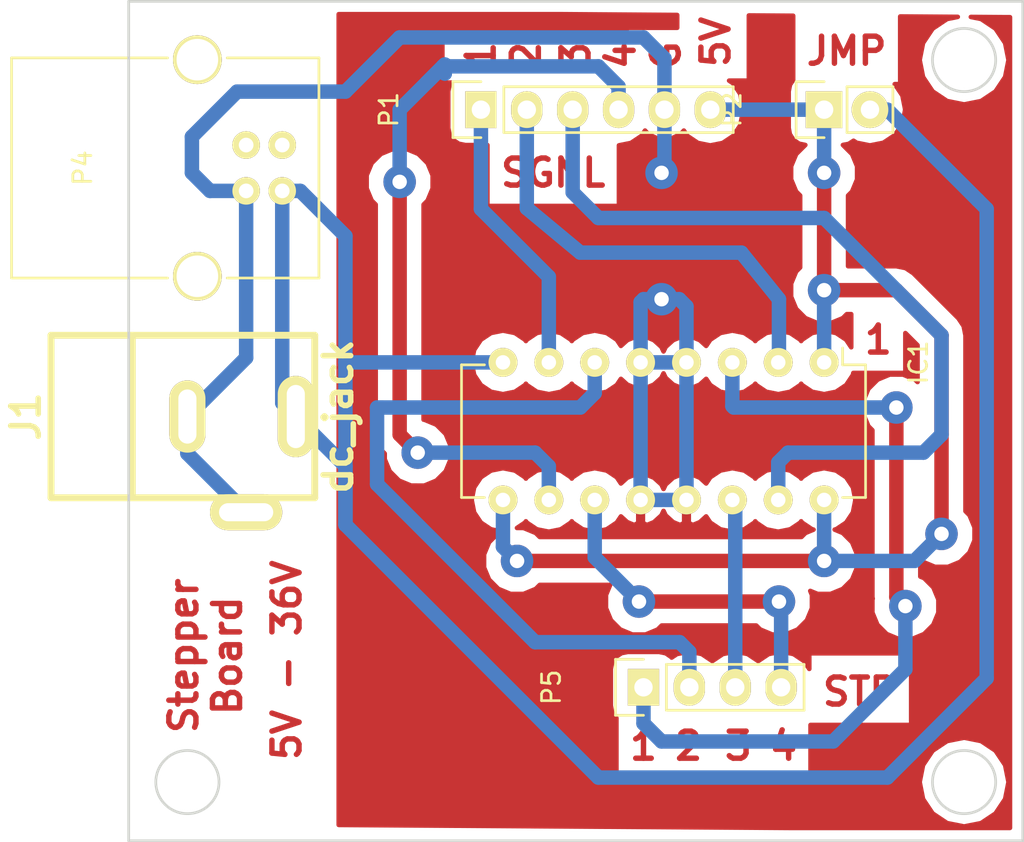
<source format=kicad_pcb>
(kicad_pcb (version 4) (host pcbnew 4.0.1-stable)

  (general
    (links 23)
    (no_connects 1)
    (area 120.9765 89.424999 178.575001 136.075001)
    (thickness 1.6)
    (drawings 23)
    (tracks 138)
    (zones 0)
    (modules 6)
    (nets 13)
  )

  (page A4)
  (layers
    (0 F.Cu signal)
    (31 B.Cu signal)
    (32 B.Adhes user)
    (33 F.Adhes user)
    (34 B.Paste user)
    (35 F.Paste user)
    (36 B.SilkS user)
    (37 F.SilkS user)
    (38 B.Mask user)
    (39 F.Mask user)
    (40 Dwgs.User user)
    (41 Cmts.User user)
    (42 Eco1.User user)
    (43 Eco2.User user)
    (44 Edge.Cuts user)
    (45 Margin user)
    (46 B.CrtYd user)
    (47 F.CrtYd user)
    (48 B.Fab user)
    (49 F.Fab user)
  )

  (setup
    (last_trace_width 0.8)
    (trace_clearance 0.8)
    (zone_clearance 0.508)
    (zone_45_only no)
    (trace_min 0.2)
    (segment_width 0.2)
    (edge_width 0.15)
    (via_size 1.8)
    (via_drill 0.8)
    (via_min_size 0.4)
    (via_min_drill 0.3)
    (uvia_size 1.8)
    (uvia_drill 1)
    (uvias_allowed no)
    (uvia_min_size 0.2)
    (uvia_min_drill 0.1)
    (pcb_text_width 0.3)
    (pcb_text_size 1.5 1.5)
    (mod_edge_width 0.15)
    (mod_text_size 1 1)
    (mod_text_width 0.15)
    (pad_size 1.524 1.524)
    (pad_drill 0.762)
    (pad_to_mask_clearance 0.2)
    (aux_axis_origin 0 0)
    (visible_elements FFFFFF7F)
    (pcbplotparams
      (layerselection 0x00000_80000001)
      (usegerberextensions false)
      (excludeedgelayer false)
      (linewidth 0.100000)
      (plotframeref false)
      (viasonmask false)
      (mode 1)
      (useauxorigin false)
      (hpglpennumber 1)
      (hpglpenspeed 20)
      (hpglpendiameter 15)
      (hpglpenoverlay 2)
      (psnegative false)
      (psa4output false)
      (plotreference true)
      (plotvalue true)
      (plotinvisibletext false)
      (padsonsilk false)
      (subtractmaskfromsilk false)
      (outputformat 4)
      (mirror false)
      (drillshape 2)
      (scaleselection 1)
      (outputdirectory plots/))
  )

  (net 0 "")
  (net 1 +5V)
  (net 2 "Net-(IC1-Pad2)")
  (net 3 "Net-(IC1-Pad3)")
  (net 4 GND)
  (net 5 "Net-(IC1-Pad6)")
  (net 6 "Net-(IC1-Pad7)")
  (net 7 +12V)
  (net 8 "Net-(IC1-Pad10)")
  (net 9 "Net-(IC1-Pad11)")
  (net 10 "Net-(IC1-Pad14)")
  (net 11 "Net-(IC1-Pad15)")
  (net 12 "Net-(P4-Pad5)")

  (net_class Default "This is the default net class."
    (clearance 0.8)
    (trace_width 0.8)
    (via_dia 1.8)
    (via_drill 0.8)
    (uvia_dia 1.8)
    (uvia_drill 1)
    (add_net +12V)
    (add_net +5V)
    (add_net GND)
    (add_net "Net-(IC1-Pad10)")
    (add_net "Net-(IC1-Pad11)")
    (add_net "Net-(IC1-Pad14)")
    (add_net "Net-(IC1-Pad15)")
    (add_net "Net-(IC1-Pad2)")
    (add_net "Net-(IC1-Pad3)")
    (add_net "Net-(IC1-Pad6)")
    (add_net "Net-(IC1-Pad7)")
    (add_net "Net-(P4-Pad5)")
  )

  (module w_conn_misc:dc_socket (layer F.Cu) (tedit 0) (tstamp 57500418)
    (at 132 112.5 270)
    (descr "Socket, DC power supply")
    (path /57500E25)
    (fp_text reference J1 (at 0 8.6995 270) (layer F.SilkS)
      (effects (font (thickness 0.3048)))
    )
    (fp_text value dc_jack (at 0 -8.60044 270) (layer F.SilkS)
      (effects (font (thickness 0.3048)))
    )
    (fp_line (start -4.50088 2.79908) (end 4.50088 2.79908) (layer F.SilkS) (width 0.381))
    (fp_line (start -4.50088 7.29996) (end 4.50088 7.29996) (layer F.SilkS) (width 0.381))
    (fp_line (start 4.50088 7.29996) (end 4.50088 -7.29996) (layer F.SilkS) (width 0.381))
    (fp_line (start 4.50088 -7.29996) (end -4.50088 -7.29996) (layer F.SilkS) (width 0.381))
    (fp_line (start -4.50088 -7.29996) (end -4.50088 7.29996) (layer F.SilkS) (width 0.381))
    (pad 1 thru_hole oval (at 5.30098 -3.50012 270) (size 1.99898 4.0005) (drill oval 1.00076 2.99974) (layers *.Cu *.Mask F.SilkS)
      (net 4 GND))
    (pad 2 thru_hole oval (at 0 -0.24892 270) (size 4.0005 1.99898) (drill oval 2.99974 1.00076) (layers *.Cu *.Mask F.SilkS)
      (net 4 GND))
    (pad 3 thru_hole oval (at 0 -6.25094 270) (size 4.50088 1.99898) (drill oval 3.50012 1.00076) (layers *.Cu *.Mask F.SilkS)
      (net 7 +12V))
    (model walter/conn_misc/dc_socket.wrl
      (at (xyz 0 0 0))
      (scale (xyz 1 1 1))
      (rotate (xyz 0 0 0))
    )
  )

  (module Connect:USB_B (layer F.Cu) (tedit 55B36073) (tstamp 57500422)
    (at 137.5 100 180)
    (descr "USB B connector")
    (tags "USB_B USB_DEV")
    (path /574ED115)
    (fp_text reference P4 (at 11.049 1.27 270) (layer F.SilkS)
      (effects (font (size 1 1) (thickness 0.15)))
    )
    (fp_text value USB_B (at 4.699 1.27 270) (layer F.Fab)
      (effects (font (size 1 1) (thickness 0.15)))
    )
    (fp_line (start 15.25 8.9) (end -2.3 8.9) (layer F.CrtYd) (width 0.05))
    (fp_line (start -2.3 8.9) (end -2.3 -6.35) (layer F.CrtYd) (width 0.05))
    (fp_line (start -2.3 -6.35) (end 15.25 -6.35) (layer F.CrtYd) (width 0.05))
    (fp_line (start 15.25 -6.35) (end 15.25 8.9) (layer F.CrtYd) (width 0.05))
    (fp_line (start 6.35 7.366) (end 14.986 7.366) (layer F.SilkS) (width 0.15))
    (fp_line (start -2.032 7.366) (end 3.048 7.366) (layer F.SilkS) (width 0.15))
    (fp_line (start 6.35 -4.826) (end 14.986 -4.826) (layer F.SilkS) (width 0.15))
    (fp_line (start -2.032 -4.826) (end 3.048 -4.826) (layer F.SilkS) (width 0.15))
    (fp_line (start 14.986 -4.826) (end 14.986 7.366) (layer F.SilkS) (width 0.15))
    (fp_line (start -2.032 7.366) (end -2.032 -4.826) (layer F.SilkS) (width 0.15))
    (pad 2 thru_hole circle (at 0 2.54 90) (size 1.524 1.524) (drill 0.8128) (layers *.Cu *.Mask F.SilkS))
    (pad 1 thru_hole circle (at 0 0 90) (size 1.524 1.524) (drill 0.8128) (layers *.Cu *.Mask F.SilkS)
      (net 7 +12V))
    (pad 4 thru_hole circle (at 1.99898 0 90) (size 1.524 1.524) (drill 0.8128) (layers *.Cu *.Mask F.SilkS)
      (net 4 GND))
    (pad 3 thru_hole circle (at 1.99898 2.54 90) (size 1.524 1.524) (drill 0.8128) (layers *.Cu *.Mask F.SilkS))
    (pad 5 thru_hole circle (at 4.699 7.26948 90) (size 2.70002 2.70002) (drill 2.30124) (layers *.Cu *.Mask F.SilkS)
      (net 12 "Net-(P4-Pad5)"))
    (pad 5 thru_hole circle (at 4.699 -4.72948 90) (size 2.70002 2.70002) (drill 2.30124) (layers *.Cu *.Mask F.SilkS)
      (net 12 "Net-(P4-Pad5)"))
    (model Connect.3dshapes/USB_B.wrl
      (at (xyz 0.185 -0.05 0.001))
      (scale (xyz 0.3937 0.3937 0.3937))
      (rotate (xyz 0 0 -90))
    )
  )

  (module Housings_DIP:DIP-16_W7.62mm (layer F.Cu) (tedit 54130A77) (tstamp 5750047D)
    (at 167.5 109.5 270)
    (descr "16-lead dip package, row spacing 7.62 mm (300 mils)")
    (tags "dil dip 2.54 300")
    (path /574ECF86)
    (fp_text reference IC1 (at 0 -5.22 270) (layer F.SilkS)
      (effects (font (size 1 1) (thickness 0.15)))
    )
    (fp_text value SN754410 (at 0 -3.72 270) (layer F.Fab)
      (effects (font (size 1 1) (thickness 0.15)))
    )
    (fp_line (start -1.05 -2.45) (end -1.05 20.25) (layer F.CrtYd) (width 0.05))
    (fp_line (start 8.65 -2.45) (end 8.65 20.25) (layer F.CrtYd) (width 0.05))
    (fp_line (start -1.05 -2.45) (end 8.65 -2.45) (layer F.CrtYd) (width 0.05))
    (fp_line (start -1.05 20.25) (end 8.65 20.25) (layer F.CrtYd) (width 0.05))
    (fp_line (start 0.135 -2.295) (end 0.135 -1.025) (layer F.SilkS) (width 0.15))
    (fp_line (start 7.485 -2.295) (end 7.485 -1.025) (layer F.SilkS) (width 0.15))
    (fp_line (start 7.485 20.075) (end 7.485 18.805) (layer F.SilkS) (width 0.15))
    (fp_line (start 0.135 20.075) (end 0.135 18.805) (layer F.SilkS) (width 0.15))
    (fp_line (start 0.135 -2.295) (end 7.485 -2.295) (layer F.SilkS) (width 0.15))
    (fp_line (start 0.135 20.075) (end 7.485 20.075) (layer F.SilkS) (width 0.15))
    (fp_line (start 0.135 -1.025) (end -0.8 -1.025) (layer F.SilkS) (width 0.15))
    (pad 1 thru_hole oval (at 0 0 270) (size 1.6 1.6) (drill 0.8) (layers *.Cu *.Mask F.SilkS)
      (net 1 +5V))
    (pad 2 thru_hole oval (at 0 2.54 270) (size 1.6 1.6) (drill 0.8) (layers *.Cu *.Mask F.SilkS)
      (net 2 "Net-(IC1-Pad2)"))
    (pad 3 thru_hole oval (at 0 5.08 270) (size 1.6 1.6) (drill 0.8) (layers *.Cu *.Mask F.SilkS)
      (net 3 "Net-(IC1-Pad3)"))
    (pad 4 thru_hole oval (at 0 7.62 270) (size 1.6 1.6) (drill 0.8) (layers *.Cu *.Mask F.SilkS)
      (net 4 GND))
    (pad 5 thru_hole oval (at 0 10.16 270) (size 1.6 1.6) (drill 0.8) (layers *.Cu *.Mask F.SilkS)
      (net 4 GND))
    (pad 6 thru_hole oval (at 0 12.7 270) (size 1.6 1.6) (drill 0.8) (layers *.Cu *.Mask F.SilkS)
      (net 5 "Net-(IC1-Pad6)"))
    (pad 7 thru_hole oval (at 0 15.24 270) (size 1.6 1.6) (drill 0.8) (layers *.Cu *.Mask F.SilkS)
      (net 6 "Net-(IC1-Pad7)"))
    (pad 8 thru_hole oval (at 0 17.78 270) (size 1.6 1.6) (drill 0.8) (layers *.Cu *.Mask F.SilkS)
      (net 7 +12V))
    (pad 9 thru_hole oval (at 7.62 17.78 270) (size 1.6 1.6) (drill 0.8) (layers *.Cu *.Mask F.SilkS)
      (net 1 +5V))
    (pad 10 thru_hole oval (at 7.62 15.24 270) (size 1.6 1.6) (drill 0.8) (layers *.Cu *.Mask F.SilkS)
      (net 8 "Net-(IC1-Pad10)"))
    (pad 11 thru_hole oval (at 7.62 12.7 270) (size 1.6 1.6) (drill 0.8) (layers *.Cu *.Mask F.SilkS)
      (net 9 "Net-(IC1-Pad11)"))
    (pad 12 thru_hole oval (at 7.62 10.16 270) (size 1.6 1.6) (drill 0.8) (layers *.Cu *.Mask F.SilkS)
      (net 4 GND))
    (pad 13 thru_hole oval (at 7.62 7.62 270) (size 1.6 1.6) (drill 0.8) (layers *.Cu *.Mask F.SilkS)
      (net 4 GND))
    (pad 14 thru_hole oval (at 7.62 5.08 270) (size 1.6 1.6) (drill 0.8) (layers *.Cu *.Mask F.SilkS)
      (net 10 "Net-(IC1-Pad14)"))
    (pad 15 thru_hole oval (at 7.62 2.54 270) (size 1.6 1.6) (drill 0.8) (layers *.Cu *.Mask F.SilkS)
      (net 11 "Net-(IC1-Pad15)"))
    (pad 16 thru_hole oval (at 7.62 0 270) (size 1.6 1.6) (drill 0.8) (layers *.Cu *.Mask F.SilkS)
      (net 1 +5V))
    (model Housings_DIP.3dshapes/DIP-16_W7.62mm.wrl
      (at (xyz 0 0 0))
      (scale (xyz 1 1 1))
      (rotate (xyz 0 0 0))
    )
  )

  (module Pin_Headers:Pin_Header_Straight_1x06 (layer F.Cu) (tedit 0) (tstamp 57500487)
    (at 148.5 95.5 90)
    (descr "Through hole pin header")
    (tags "pin header")
    (path /574FF15B)
    (fp_text reference P1 (at 0 -5.1 90) (layer F.SilkS)
      (effects (font (size 1 1) (thickness 0.15)))
    )
    (fp_text value IN_SGNL (at 0 -3.1 90) (layer F.Fab)
      (effects (font (size 1 1) (thickness 0.15)))
    )
    (fp_line (start -1.75 -1.75) (end -1.75 14.45) (layer F.CrtYd) (width 0.05))
    (fp_line (start 1.75 -1.75) (end 1.75 14.45) (layer F.CrtYd) (width 0.05))
    (fp_line (start -1.75 -1.75) (end 1.75 -1.75) (layer F.CrtYd) (width 0.05))
    (fp_line (start -1.75 14.45) (end 1.75 14.45) (layer F.CrtYd) (width 0.05))
    (fp_line (start 1.27 1.27) (end 1.27 13.97) (layer F.SilkS) (width 0.15))
    (fp_line (start 1.27 13.97) (end -1.27 13.97) (layer F.SilkS) (width 0.15))
    (fp_line (start -1.27 13.97) (end -1.27 1.27) (layer F.SilkS) (width 0.15))
    (fp_line (start 1.55 -1.55) (end 1.55 0) (layer F.SilkS) (width 0.15))
    (fp_line (start 1.27 1.27) (end -1.27 1.27) (layer F.SilkS) (width 0.15))
    (fp_line (start -1.55 0) (end -1.55 -1.55) (layer F.SilkS) (width 0.15))
    (fp_line (start -1.55 -1.55) (end 1.55 -1.55) (layer F.SilkS) (width 0.15))
    (pad 1 thru_hole rect (at 0 0 90) (size 2.032 1.7272) (drill 1.016) (layers *.Cu *.Mask F.SilkS)
      (net 6 "Net-(IC1-Pad7)"))
    (pad 2 thru_hole oval (at 0 2.54 90) (size 2.032 1.7272) (drill 1.016) (layers *.Cu *.Mask F.SilkS)
      (net 2 "Net-(IC1-Pad2)"))
    (pad 3 thru_hole oval (at 0 5.08 90) (size 2.032 1.7272) (drill 1.016) (layers *.Cu *.Mask F.SilkS)
      (net 11 "Net-(IC1-Pad15)"))
    (pad 4 thru_hole oval (at 0 7.62 90) (size 2.032 1.7272) (drill 1.016) (layers *.Cu *.Mask F.SilkS)
      (net 8 "Net-(IC1-Pad10)"))
    (pad 5 thru_hole oval (at 0 10.16 90) (size 2.032 1.7272) (drill 1.016) (layers *.Cu *.Mask F.SilkS)
      (net 4 GND))
    (pad 6 thru_hole oval (at 0 12.7 90) (size 2.032 1.7272) (drill 1.016) (layers *.Cu *.Mask F.SilkS)
      (net 1 +5V))
    (model Pin_Headers.3dshapes/Pin_Header_Straight_1x06.wrl
      (at (xyz 0 -0.25 0))
      (scale (xyz 1 1 1))
      (rotate (xyz 0 0 90))
    )
  )

  (module Pin_Headers:Pin_Header_Straight_1x02 (layer F.Cu) (tedit 54EA090C) (tstamp 5750048D)
    (at 167.5 95.5 90)
    (descr "Through hole pin header")
    (tags "pin header")
    (path /574ED828)
    (fp_text reference P2 (at 0 -5.1 90) (layer F.SilkS)
      (effects (font (size 1 1) (thickness 0.15)))
    )
    (fp_text value VCC_JMP (at 0 -3.1 90) (layer F.Fab)
      (effects (font (size 1 1) (thickness 0.15)))
    )
    (fp_line (start 1.27 1.27) (end 1.27 3.81) (layer F.SilkS) (width 0.15))
    (fp_line (start 1.55 -1.55) (end 1.55 0) (layer F.SilkS) (width 0.15))
    (fp_line (start -1.75 -1.75) (end -1.75 4.3) (layer F.CrtYd) (width 0.05))
    (fp_line (start 1.75 -1.75) (end 1.75 4.3) (layer F.CrtYd) (width 0.05))
    (fp_line (start -1.75 -1.75) (end 1.75 -1.75) (layer F.CrtYd) (width 0.05))
    (fp_line (start -1.75 4.3) (end 1.75 4.3) (layer F.CrtYd) (width 0.05))
    (fp_line (start 1.27 1.27) (end -1.27 1.27) (layer F.SilkS) (width 0.15))
    (fp_line (start -1.55 0) (end -1.55 -1.55) (layer F.SilkS) (width 0.15))
    (fp_line (start -1.55 -1.55) (end 1.55 -1.55) (layer F.SilkS) (width 0.15))
    (fp_line (start -1.27 1.27) (end -1.27 3.81) (layer F.SilkS) (width 0.15))
    (fp_line (start -1.27 3.81) (end 1.27 3.81) (layer F.SilkS) (width 0.15))
    (pad 1 thru_hole rect (at 0 0 90) (size 2.032 2.032) (drill 1.016) (layers *.Cu *.Mask F.SilkS)
      (net 1 +5V))
    (pad 2 thru_hole oval (at 0 2.54 90) (size 2.032 2.032) (drill 1.016) (layers *.Cu *.Mask F.SilkS)
      (net 7 +12V))
    (model Pin_Headers.3dshapes/Pin_Header_Straight_1x02.wrl
      (at (xyz 0 -0.05 0))
      (scale (xyz 1 1 1))
      (rotate (xyz 0 0 90))
    )
  )

  (module Pin_Headers:Pin_Header_Straight_1x04 (layer F.Cu) (tedit 0) (tstamp 57500495)
    (at 157.5 127.5 90)
    (descr "Through hole pin header")
    (tags "pin header")
    (path /574FFE62)
    (fp_text reference P5 (at 0 -5.1 90) (layer F.SilkS)
      (effects (font (size 1 1) (thickness 0.15)))
    )
    (fp_text value OUT_STEPPER (at 0 -3.1 90) (layer F.Fab)
      (effects (font (size 1 1) (thickness 0.15)))
    )
    (fp_line (start -1.75 -1.75) (end -1.75 9.4) (layer F.CrtYd) (width 0.05))
    (fp_line (start 1.75 -1.75) (end 1.75 9.4) (layer F.CrtYd) (width 0.05))
    (fp_line (start -1.75 -1.75) (end 1.75 -1.75) (layer F.CrtYd) (width 0.05))
    (fp_line (start -1.75 9.4) (end 1.75 9.4) (layer F.CrtYd) (width 0.05))
    (fp_line (start -1.27 1.27) (end -1.27 8.89) (layer F.SilkS) (width 0.15))
    (fp_line (start 1.27 1.27) (end 1.27 8.89) (layer F.SilkS) (width 0.15))
    (fp_line (start 1.55 -1.55) (end 1.55 0) (layer F.SilkS) (width 0.15))
    (fp_line (start -1.27 8.89) (end 1.27 8.89) (layer F.SilkS) (width 0.15))
    (fp_line (start 1.27 1.27) (end -1.27 1.27) (layer F.SilkS) (width 0.15))
    (fp_line (start -1.55 0) (end -1.55 -1.55) (layer F.SilkS) (width 0.15))
    (fp_line (start -1.55 -1.55) (end 1.55 -1.55) (layer F.SilkS) (width 0.15))
    (pad 1 thru_hole rect (at 0 0 90) (size 2.032 1.7272) (drill 1.016) (layers *.Cu *.Mask F.SilkS)
      (net 3 "Net-(IC1-Pad3)"))
    (pad 2 thru_hole oval (at 0 2.54 90) (size 2.032 1.7272) (drill 1.016) (layers *.Cu *.Mask F.SilkS)
      (net 5 "Net-(IC1-Pad6)"))
    (pad 3 thru_hole oval (at 0 5.08 90) (size 2.032 1.7272) (drill 1.016) (layers *.Cu *.Mask F.SilkS)
      (net 10 "Net-(IC1-Pad14)"))
    (pad 4 thru_hole oval (at 0 7.62 90) (size 2.032 1.7272) (drill 1.016) (layers *.Cu *.Mask F.SilkS)
      (net 9 "Net-(IC1-Pad11)"))
    (model Pin_Headers.3dshapes/Pin_Header_Straight_1x04.wrl
      (at (xyz 0 -0.15 0))
      (scale (xyz 1 1 1))
      (rotate (xyz 0 0 90))
    )
  )

  (gr_circle (center 175.25 132.75) (end 177 132.75) (layer Edge.Cuts) (width 0.15) (tstamp 57501C23))
  (gr_circle (center 175.25 92.75) (end 177 92.75) (layer Edge.Cuts) (width 0.15) (tstamp 57501BF4))
  (gr_circle (center 132.25 132.75) (end 134 132.75) (layer Edge.Cuts) (width 0.15))
  (gr_text 1 (at 170.5 108.25) (layer F.Cu)
    (effects (font (size 1.5 1.5) (thickness 0.3)))
  )
  (gr_text "5V - 36V" (at 137.75 126 90) (layer F.Cu)
    (effects (font (size 1.5 1.5) (thickness 0.3)))
  )
  (gr_text "Stepper\nBoard\n" (at 133.25 125.75 90) (layer F.Cu)
    (effects (font (size 1.5 1.5) (thickness 0.3)))
  )
  (gr_text "STP\n" (at 169.5 127.75) (layer F.Cu)
    (effects (font (size 1.5 1.5) (thickness 0.3)))
  )
  (gr_text 4 (at 165.25 130.75) (layer F.Cu)
    (effects (font (size 1.5 1.5) (thickness 0.3)))
  )
  (gr_text 3 (at 162.75 130.75) (layer F.Cu)
    (effects (font (size 1.5 1.5) (thickness 0.3)))
  )
  (gr_text 2 (at 160 130.75) (layer F.Cu)
    (effects (font (size 1.5 1.5) (thickness 0.3)))
  )
  (gr_text 1 (at 157.5 130.75) (layer F.Cu)
    (effects (font (size 1.5 1.5) (thickness 0.3)))
  )
  (gr_text 4 (at 156.25 92.5 90) (layer F.Cu)
    (effects (font (size 1.5 1.5) (thickness 0.3)))
  )
  (gr_text 3 (at 153.75 92.5 90) (layer F.Cu)
    (effects (font (size 1.5 1.5) (thickness 0.3)))
  )
  (gr_text 2 (at 151 92.5 90) (layer F.Cu)
    (effects (font (size 1.5 1.5) (thickness 0.3)))
  )
  (gr_text 1 (at 148.5 92.5 90) (layer F.Cu)
    (effects (font (size 1.5 1.5) (thickness 0.3)))
  )
  (gr_text 5V (at 161.5 91.75 90) (layer F.Cu)
    (effects (font (size 1.5 1.5) (thickness 0.3)))
  )
  (gr_text G (at 158.75 92.5 90) (layer F.Cu)
    (effects (font (size 1.5 1.5) (thickness 0.3)))
  )
  (gr_text SGNL (at 152.5 99) (layer F.Cu)
    (effects (font (size 1.5 1.5) (thickness 0.3)))
  )
  (gr_text JMP (at 168.75 92.25) (layer F.Cu)
    (effects (font (size 1.5 1.5) (thickness 0.3)))
  )
  (gr_line (start 129 89.5) (end 129 136) (angle 90) (layer Edge.Cuts) (width 0.15))
  (gr_line (start 178.5 136) (end 178.5 89.5) (angle 90) (layer Edge.Cuts) (width 0.15))
  (gr_line (start 178.5 136) (end 129 136) (angle 90) (layer Edge.Cuts) (width 0.15))
  (gr_line (start 129 89.5) (end 178.5 89.5) (angle 90) (layer Edge.Cuts) (width 0.15))

  (via (at 167.5 120.5) (size 1.8) (drill 0.8) (layers F.Cu B.Cu) (net 1))
  (segment (start 167.5 120.5) (end 167.75 120.25) (width 0.8) (layer B.Cu) (net 1) (tstamp 57500AD6))
  (segment (start 167.75 120.25) (end 167.5 120.5) (width 0.8) (layer B.Cu) (net 1) (tstamp 57500AD7))
  (segment (start 167.5 120.5) (end 167.5 120) (width 0.8) (layer B.Cu) (net 1) (tstamp 57500AD9))
  (segment (start 149.72 117.12) (end 149.72 119.72) (width 0.8) (layer B.Cu) (net 1))
  (segment (start 150.5 120.5) (end 167.5 120.5) (width 0.8) (layer F.Cu) (net 1) (tstamp 57500ACF))
  (segment (start 167.5 120.5) (end 168 120.5) (width 0.8) (layer F.Cu) (net 1) (tstamp 57500AD3))
  (via (at 150.5 120.5) (size 1.8) (drill 0.8) (layers F.Cu B.Cu) (net 1))
  (segment (start 149.72 119.72) (end 150.5 120.5) (width 0.8) (layer B.Cu) (net 1) (tstamp 57500AC7))
  (segment (start 167.5 105.5) (end 171.5 105.5) (width 0.8) (layer F.Cu) (net 1))
  (segment (start 167.5 120) (end 167.5 117.12) (width 0.8) (layer B.Cu) (net 1) (tstamp 57500A08))
  (segment (start 168 120.5) (end 167.5 120) (width 0.8) (layer B.Cu) (net 1) (tstamp 57500A07))
  (segment (start 167.5 120) (end 167.5 120) (width 0.8) (layer B.Cu) (net 1) (tstamp 57500ADA))
  (segment (start 172.5 120.5) (end 168 120.5) (width 0.8) (layer B.Cu) (net 1) (tstamp 57500A06))
  (segment (start 174 119) (end 172.5 120.5) (width 0.8) (layer B.Cu) (net 1) (tstamp 57500A05))
  (via (at 174 119) (size 1.8) (drill 0.8) (layers F.Cu B.Cu) (net 1))
  (segment (start 174 108) (end 174 119) (width 0.8) (layer F.Cu) (net 1) (tstamp 57500A01))
  (segment (start 171.5 105.5) (end 174 108) (width 0.8) (layer F.Cu) (net 1) (tstamp 57500A00))
  (segment (start 167.5 95.5) (end 167.5 99) (width 0.8) (layer B.Cu) (net 1))
  (segment (start 167.5 105.5) (end 167.5 109.5) (width 0.8) (layer B.Cu) (net 1) (tstamp 575009DD))
  (via (at 167.5 105.5) (size 1.8) (drill 0.8) (layers F.Cu B.Cu) (net 1))
  (segment (start 167.5 99) (end 167.5 105.5) (width 0.8) (layer F.Cu) (net 1) (tstamp 575009DA))
  (via (at 167.5 99) (size 1.8) (drill 0.8) (layers F.Cu B.Cu) (net 1))
  (segment (start 161.2 95.5) (end 167.5 95.5) (width 0.8) (layer B.Cu) (net 1) (status 10))
  (segment (start 151.04 95.5) (end 151.04 100.96) (width 0.8) (layer B.Cu) (net 2) (status 10))
  (segment (start 165 106) (end 165 109.46) (width 0.8) (layer B.Cu) (net 2) (tstamp 575005AA))
  (segment (start 162.92 103.42) (end 165 106) (width 0.8) (layer B.Cu) (net 2) (tstamp 575005A9))
  (segment (start 154 103.42) (end 162.92 103.42) (width 0.8) (layer B.Cu) (net 2) (tstamp 575005A8))
  (segment (start 151.04 100.96) (end 154 103.42) (width 0.8) (layer B.Cu) (net 2) (tstamp 575005A7))
  (segment (start 165 109.46) (end 164.96 109.5) (width 0.8) (layer B.Cu) (net 2) (tstamp 575005AB))
  (segment (start 170 128.5) (end 172 126.5) (width 0.8) (layer B.Cu) (net 3))
  (segment (start 170 128.5) (end 168 130.5) (width 0.8) (layer B.Cu) (net 3) (tstamp 57500662))
  (segment (start 168 130.5) (end 158.5 130.5) (width 0.8) (layer B.Cu) (net 3) (tstamp 57500663))
  (segment (start 158.5 130.5) (end 157.5 129.5) (width 0.8) (layer B.Cu) (net 3) (tstamp 57500665))
  (segment (start 157.5 127.5) (end 157.5 129.5) (width 0.8) (layer B.Cu) (net 3) (tstamp 57500669))
  (segment (start 162.42 111.92) (end 162.42 109.5) (width 0.8) (layer B.Cu) (net 3) (tstamp 57500954))
  (segment (start 162.5 112) (end 162.42 111.92) (width 0.8) (layer B.Cu) (net 3) (tstamp 57500953))
  (segment (start 171.5 112) (end 162.5 112) (width 0.8) (layer B.Cu) (net 3) (tstamp 57500952))
  (via (at 171.5 112) (size 1.8) (drill 0.8) (layers F.Cu B.Cu) (net 3))
  (segment (start 171.5 122.5) (end 171.5 112) (width 0.8) (layer F.Cu) (net 3) (tstamp 5750094F))
  (segment (start 172 123) (end 171.5 122.5) (width 0.8) (layer F.Cu) (net 3) (tstamp 5750094E))
  (via (at 172 123) (size 1.8) (drill 0.8) (layers F.Cu B.Cu) (net 3))
  (segment (start 172 126.5) (end 172 123) (width 0.8) (layer B.Cu) (net 3) (tstamp 57500940))
  (segment (start 158.5 106) (end 158.5 105) (width 0.8) (layer F.Cu) (net 4))
  (segment (start 158.5 99) (end 158.66 98.84) (width 0.8) (layer B.Cu) (net 4) (tstamp 575005F5))
  (via (at 158.5 99) (size 1.8) (drill 0.8) (layers F.Cu B.Cu) (net 4))
  (segment (start 158.5 105) (end 158.5 99) (width 0.8) (layer F.Cu) (net 4) (tstamp 575005F2))
  (segment (start 158.66 98.84) (end 158.66 95.5) (width 0.8) (layer B.Cu) (net 4) (tstamp 575005F6) (status 20))
  (via (at 158.5 106) (size 1.8) (drill 0.8) (layers F.Cu B.Cu) (net 4))
  (segment (start 159.88 109.5) (end 159.88 106.400002) (width 0.8) (layer B.Cu) (net 4))
  (segment (start 159.479998 106) (end 158.5 106) (width 0.8) (layer B.Cu) (net 4) (tstamp 57501B32))
  (segment (start 158.5 106) (end 157.5 106) (width 0.8) (layer B.Cu) (net 4) (tstamp 57501B4A))
  (segment (start 159.88 106.400002) (end 159.479998 106) (width 0.8) (layer B.Cu) (net 4) (tstamp 57501B30))
  (segment (start 157.34 109.5) (end 157.34 106.16) (width 0.8) (layer B.Cu) (net 4))
  (segment (start 157.34 106.16) (end 157.5 106) (width 0.8) (layer B.Cu) (net 4) (tstamp 575005EF))
  (segment (start 158.66 95.5) (end 158.66 92.66) (width 0.8) (layer B.Cu) (net 4) (status 10))
  (segment (start 133.5 100) (end 135.50102 100) (width 0.8) (layer B.Cu) (net 4) (tstamp 5750059C))
  (segment (start 132.5 99) (end 133.5 100) (width 0.8) (layer B.Cu) (net 4) (tstamp 5750059B))
  (segment (start 132.5 97) (end 132.5 99) (width 0.8) (layer B.Cu) (net 4) (tstamp 5750059A))
  (segment (start 135 94.5) (end 132.5 97) (width 0.8) (layer B.Cu) (net 4) (tstamp 57500599))
  (segment (start 141 94.5) (end 135 94.5) (width 0.8) (layer B.Cu) (net 4) (tstamp 57500598))
  (segment (start 144 91.5) (end 141 94.5) (width 0.8) (layer B.Cu) (net 4) (tstamp 57500597))
  (segment (start 157.5 91.5) (end 144 91.5) (width 0.8) (layer B.Cu) (net 4) (tstamp 57500596))
  (segment (start 158.66 92.66) (end 157.5 91.5) (width 0.8) (layer B.Cu) (net 4) (tstamp 57500595))
  (segment (start 157.34 117.12) (end 159.88 117.12) (width 0.8) (layer B.Cu) (net 4))
  (segment (start 157.34 117.12) (end 157.34 109.5) (width 0.8) (layer B.Cu) (net 4))
  (segment (start 157.34 109.5) (end 159.88 109.5) (width 0.8) (layer B.Cu) (net 4))
  (segment (start 159.88 109.5) (end 159.88 117.12) (width 0.8) (layer B.Cu) (net 4) (tstamp 5750058E))
  (segment (start 132.24892 112.5) (end 132.24892 114.54978) (width 0.8) (layer B.Cu) (net 4))
  (segment (start 132.24892 114.54978) (end 135.50012 117.80098) (width 0.8) (layer B.Cu) (net 4) (tstamp 575004CB))
  (segment (start 135.50102 100) (end 135.50102 109.2479) (width 0.8) (layer B.Cu) (net 4))
  (segment (start 135.50102 109.2479) (end 132.24892 112.5) (width 0.8) (layer B.Cu) (net 4) (tstamp 575004C7))
  (segment (start 160.04 127.5) (end 160.04 125.54) (width 0.8) (layer B.Cu) (net 5))
  (segment (start 142.75 116.25) (end 151 124.5) (width 0.8) (layer B.Cu) (net 5) (tstamp 575008FF))
  (segment (start 154.8 111.2) (end 154 112) (width 0.8) (layer B.Cu) (net 5) (tstamp 575008E5))
  (segment (start 154 112) (end 143 112) (width 0.8) (layer B.Cu) (net 5) (tstamp 575008E9))
  (segment (start 154.8 111.2) (end 154.8 109.5) (width 0.8) (layer B.Cu) (net 5))
  (segment (start 142.75 112) (end 143 112) (width 0.8) (layer B.Cu) (net 5) (tstamp 57500901))
  (segment (start 142.75 116.25) (end 142.75 112) (width 0.8) (layer B.Cu) (net 5))
  (segment (start 151.5 125) (end 151 124.5) (width 0.8) (layer B.Cu) (net 5) (tstamp 57500AF3))
  (segment (start 159.5 125) (end 151.5 125) (width 0.8) (layer B.Cu) (net 5) (tstamp 57500AF2))
  (segment (start 160.04 125.54) (end 159.5 125) (width 0.8) (layer B.Cu) (net 5) (tstamp 57500AEE))
  (segment (start 148.5 95.5) (end 148.5 101) (width 0.8) (layer B.Cu) (net 6) (status 10))
  (segment (start 152.26 104.76) (end 152.26 109.5) (width 0.8) (layer B.Cu) (net 6) (tstamp 5750053A))
  (segment (start 148.5 101) (end 152.26 104.76) (width 0.8) (layer B.Cu) (net 6) (tstamp 57500538))
  (segment (start 141 118.5) (end 141 115.24906) (width 0.8) (layer B.Cu) (net 7))
  (segment (start 141 115.24906) (end 138.25094 112.5) (width 0.8) (layer B.Cu) (net 7) (tstamp 57500A8B))
  (segment (start 137.5 100) (end 138.5 100) (width 0.8) (layer B.Cu) (net 7))
  (segment (start 141 102.5) (end 141 109.5) (width 0.8) (layer B.Cu) (net 7) (tstamp 57500A85))
  (segment (start 138.5 100) (end 141 102.5) (width 0.8) (layer B.Cu) (net 7) (tstamp 57500A84))
  (segment (start 176 127.5) (end 176.5 127) (width 0.8) (layer B.Cu) (net 7))
  (segment (start 176.5 127) (end 176.5 101) (width 0.8) (layer B.Cu) (net 7) (tstamp 57500A11))
  (segment (start 176.5 101) (end 176 100.5) (width 0.8) (layer B.Cu) (net 7) (tstamp 57500A13))
  (segment (start 171 95.5) (end 176 100.5) (width 0.8) (layer B.Cu) (net 7) (tstamp 575009C7))
  (segment (start 171 132.5) (end 176 127.5) (width 0.8) (layer B.Cu) (net 7) (tstamp 575009C3))
  (segment (start 155 132.5) (end 171 132.5) (width 0.8) (layer B.Cu) (net 7) (tstamp 575009C0))
  (segment (start 141 118.5) (end 155 132.5) (width 0.8) (layer B.Cu) (net 7) (tstamp 575009BF))
  (segment (start 141 109.5) (end 141 118.5) (width 0.8) (layer B.Cu) (net 7) (tstamp 575009BE))
  (segment (start 141 109.5) (end 149.72 109.5) (width 0.8) (layer B.Cu) (net 7))
  (segment (start 171 95.5) (end 170.04 95.5) (width 0.8) (layer B.Cu) (net 7) (tstamp 575009CA))
  (segment (start 137.5 100) (end 137.5 111.74906) (width 0.8) (layer B.Cu) (net 7))
  (segment (start 137.5 111.74906) (end 138.25094 112.5) (width 0.8) (layer B.Cu) (net 7) (tstamp 575004CE))
  (segment (start 152.26 117.12) (end 152.26 115.26) (width 0.8) (layer B.Cu) (net 8))
  (segment (start 144 95.5) (end 146.399998 93.100002) (width 0.8) (layer B.Cu) (net 8) (tstamp 575008C6))
  (segment (start 144 99.5) (end 144 95.5) (width 0.8) (layer B.Cu) (net 8) (tstamp 575008C5))
  (via (at 144 99.5) (size 1.8) (drill 0.8) (layers F.Cu B.Cu) (net 8))
  (segment (start 144 113.5) (end 144 99.5) (width 0.8) (layer F.Cu) (net 8) (tstamp 575008BD))
  (segment (start 145 114.5) (end 144 113.5) (width 0.8) (layer F.Cu) (net 8) (tstamp 575008BC))
  (via (at 145 114.5) (size 1.8) (drill 0.8) (layers F.Cu B.Cu) (net 8))
  (segment (start 151.5 114.5) (end 145 114.5) (width 0.8) (layer B.Cu) (net 8) (tstamp 575008B8))
  (segment (start 152.26 115.26) (end 151.5 114.5) (width 0.8) (layer B.Cu) (net 8) (tstamp 575008B7))
  (segment (start 146.399998 93.100002) (end 146.399998 93.399998) (width 0.8) (layer B.Cu) (net 8) (tstamp 575008C7))
  (segment (start 146.399998 93.399998) (end 146.5 93.5) (width 0.8) (layer B.Cu) (net 8) (tstamp 575008C8))
  (segment (start 146.5 93.5) (end 146.5 93) (width 0.8) (layer B.Cu) (net 8) (tstamp 575008C9))
  (segment (start 156.12 95.5) (end 156.12 94.220002) (width 0.8) (layer B.Cu) (net 8) (status 10))
  (segment (start 146.399998 93.100002) (end 146.5 93) (width 0.8) (layer B.Cu) (net 8) (tstamp 57500826))
  (segment (start 146.5 93) (end 145.5 94) (width 0.8) (layer B.Cu) (net 8) (tstamp 575008CA))
  (segment (start 155 93.100002) (end 146.399998 93.100002) (width 0.8) (layer B.Cu) (net 8) (tstamp 57500823))
  (segment (start 156.12 94.220002) (end 155 93.100002) (width 0.8) (layer B.Cu) (net 8) (tstamp 5750081F))
  (segment (start 154.8 117.12) (end 154.8 120.3) (width 0.8) (layer B.Cu) (net 9))
  (segment (start 165.12 122.87) (end 165.12 127.5) (width 0.8) (layer B.Cu) (net 9) (tstamp 57500B10))
  (segment (start 165 122.75) (end 165.12 122.87) (width 0.8) (layer B.Cu) (net 9) (tstamp 57500B0F))
  (via (at 165 122.75) (size 1.8) (drill 0.8) (layers F.Cu B.Cu) (net 9))
  (segment (start 157.25 122.75) (end 165 122.75) (width 0.8) (layer F.Cu) (net 9) (tstamp 57500B0C))
  (via (at 157.25 122.75) (size 1.8) (drill 0.8) (layers F.Cu B.Cu) (net 9))
  (segment (start 154.8 120.3) (end 157.25 122.75) (width 0.8) (layer B.Cu) (net 9) (tstamp 57500B07))
  (segment (start 162.58 127.5) (end 162.58 117.28) (width 0.8) (layer B.Cu) (net 10))
  (segment (start 162.58 117.28) (end 162.42 117.12) (width 0.8) (layer B.Cu) (net 10) (tstamp 5750058B))
  (segment (start 171.5 105.5) (end 174 108) (width 0.8) (layer B.Cu) (net 11))
  (segment (start 153.58 100.08) (end 155 101.5) (width 0.8) (layer B.Cu) (net 11) (tstamp 57500919))
  (segment (start 155 101.5) (end 167.5 101.5) (width 0.8) (layer B.Cu) (net 11) (tstamp 5750091B))
  (segment (start 167.5 101.5) (end 171.5 105.5) (width 0.8) (layer B.Cu) (net 11) (tstamp 57500921))
  (segment (start 153.58 95.5) (end 153.58 100.08) (width 0.8) (layer B.Cu) (net 11) (status 10))
  (segment (start 164.96 115.04) (end 164.96 117.12) (width 0.8) (layer B.Cu) (net 11) (tstamp 57500960))
  (segment (start 165.5 114.5) (end 164.96 115.04) (width 0.8) (layer B.Cu) (net 11) (tstamp 5750095F))
  (segment (start 173 114.5) (end 165.5 114.5) (width 0.8) (layer B.Cu) (net 11) (tstamp 5750095D))
  (segment (start 174 113.5) (end 173 114.5) (width 0.8) (layer B.Cu) (net 11) (tstamp 5750095A))
  (segment (start 174 108) (end 174 113.5) (width 0.8) (layer B.Cu) (net 11) (tstamp 57500958))

  (zone (net 4) (net_name GND) (layer F.Cu) (tstamp 575019D3) (hatch edge 0.508)
    (connect_pads (clearance 0.508))
    (min_thickness 0.254)
    (fill yes (arc_segments 16) (thermal_gap 0.508) (thermal_bridge_width 0.508))
    (polygon
      (pts
        (xy 178 90.25) (xy 178 135.5) (xy 140.5 135.25) (xy 140.5 90) (xy 177.5 90.25)
      )
    )
    (filled_polygon
      (pts
        (xy 159.365 90.254469) (xy 159.365 90.965) (xy 156.615 90.965) (xy 156.615 91.000714) (xy 146.365 91.000714)
        (xy 146.365 93.999285) (xy 146.845643 93.999285) (xy 146.765704 94.116279) (xy 146.691239 94.484) (xy 146.691239 96.516)
        (xy 146.755878 96.859526) (xy 146.958901 97.175033) (xy 147.268679 97.386696) (xy 147.6364 97.461161) (xy 148.857857 97.461161)
        (xy 148.857857 100.835) (xy 156.142143 100.835) (xy 156.142143 97.476661) (xy 156.805233 97.344765) (xy 157.386145 96.956611)
        (xy 157.585711 96.65794) (xy 157.757964 96.850732) (xy 158.285209 97.104709) (xy 158.300974 97.107358) (xy 158.533 96.986217)
        (xy 158.533 95.627) (xy 158.513 95.627) (xy 158.513 95.373) (xy 158.533 95.373) (xy 158.533 95.353)
        (xy 158.787 95.353) (xy 158.787 95.373) (xy 158.807 95.373) (xy 158.807 95.627) (xy 158.787 95.627)
        (xy 158.787 96.986217) (xy 159.019026 97.107358) (xy 159.034791 97.104709) (xy 159.562036 96.850732) (xy 159.734289 96.65794)
        (xy 159.933855 96.956611) (xy 160.514767 97.344765) (xy 161.2 97.481066) (xy 161.885233 97.344765) (xy 162.466145 96.956611)
        (xy 162.854299 96.375699) (xy 162.9906 95.690466) (xy 162.9906 95.309534) (xy 162.854299 94.624301) (xy 162.466145 94.043389)
        (xy 162.239788 93.892142) (xy 163.335 93.892142) (xy 163.335 90.281293) (xy 165.786429 90.297857) (xy 165.786429 93.862903)
        (xy 165.613304 94.116279) (xy 165.538839 94.484) (xy 165.538839 96.516) (xy 165.603478 96.859526) (xy 165.806501 97.175033)
        (xy 166.116279 97.386696) (xy 166.460308 97.456363) (xy 165.952048 97.963736) (xy 165.673318 98.634993) (xy 165.672684 99.361818)
        (xy 165.950242 100.03356) (xy 166.173 100.256708) (xy 166.173 104.24317) (xy 165.952048 104.463736) (xy 165.673318 105.134993)
        (xy 165.672684 105.861818) (xy 165.950242 106.53356) (xy 166.463736 107.047952) (xy 167.134993 107.326682) (xy 167.861818 107.327316)
        (xy 168.53356 107.049758) (xy 168.756708 106.827) (xy 169.000715 106.827) (xy 169.000715 108.663357) (xy 168.721173 108.244993)
        (xy 168.160894 107.870626) (xy 167.5 107.739166) (xy 166.839106 107.870626) (xy 166.278827 108.244993) (xy 166.23 108.318068)
        (xy 166.181173 108.244993) (xy 165.620894 107.870626) (xy 164.96 107.739166) (xy 164.299106 107.870626) (xy 163.738827 108.244993)
        (xy 163.69 108.318068) (xy 163.641173 108.244993) (xy 163.080894 107.870626) (xy 162.42 107.739166) (xy 161.759106 107.870626)
        (xy 161.198827 108.244993) (xy 160.969628 108.588013) (xy 160.617423 108.268959) (xy 160.229039 108.108096) (xy 160.007 108.230085)
        (xy 160.007 109.373) (xy 160.027 109.373) (xy 160.027 109.627) (xy 160.007 109.627) (xy 160.007 110.769915)
        (xy 160.229039 110.891904) (xy 160.617423 110.731041) (xy 160.969628 110.411987) (xy 161.198827 110.755007) (xy 161.759106 111.129374)
        (xy 162.42 111.260834) (xy 163.080894 111.129374) (xy 163.641173 110.755007) (xy 163.69 110.681932) (xy 163.738827 110.755007)
        (xy 164.299106 111.129374) (xy 164.96 111.260834) (xy 165.620894 111.129374) (xy 166.181173 110.755007) (xy 166.23 110.681932)
        (xy 166.278827 110.755007) (xy 166.839106 111.129374) (xy 167.5 111.260834) (xy 168.160894 111.129374) (xy 168.721173 110.755007)
        (xy 169.09554 110.194728) (xy 169.117366 110.085) (xy 171.999286 110.085) (xy 171.999286 107.875948) (xy 172.673 108.549662)
        (xy 172.673 110.589023) (xy 172.536264 110.452048) (xy 171.865007 110.173318) (xy 171.138182 110.172684) (xy 170.46644 110.450242)
        (xy 169.952048 110.963736) (xy 169.673318 111.634993) (xy 169.672684 112.361818) (xy 169.950242 113.03356) (xy 170.173 113.256708)
        (xy 170.173 122.5) (xy 170.191258 122.591789) (xy 170.173318 122.634993) (xy 170.172684 123.361818) (xy 170.450242 124.03356)
        (xy 170.963736 124.547952) (xy 171.634993 124.826682) (xy 172.361818 124.827316) (xy 173.03356 124.549758) (xy 173.547952 124.036264)
        (xy 173.826682 123.365007) (xy 173.827316 122.638182) (xy 173.549758 121.96644) (xy 173.036264 121.452048) (xy 172.827 121.365154)
        (xy 172.827 120.410977) (xy 172.963736 120.547952) (xy 173.634993 120.826682) (xy 174.361818 120.827316) (xy 175.03356 120.549758)
        (xy 175.547952 120.036264) (xy 175.826682 119.365007) (xy 175.827316 118.638182) (xy 175.549758 117.96644) (xy 175.327 117.743292)
        (xy 175.327 108) (xy 175.225988 107.492179) (xy 174.938331 107.061669) (xy 172.438331 104.561669) (xy 172.007821 104.274012)
        (xy 171.5 104.173) (xy 168.827 104.173) (xy 168.827 100.25683) (xy 169.047952 100.036264) (xy 169.326682 99.365007)
        (xy 169.327316 98.638182) (xy 169.049758 97.96644) (xy 168.540718 97.45651) (xy 168.859526 97.396522) (xy 169.130403 97.222217)
        (xy 169.296446 97.333164) (xy 170.04 97.481066) (xy 170.783554 97.333164) (xy 171.413908 96.911974) (xy 171.835098 96.28162)
        (xy 171.983 95.538066) (xy 171.983 95.461934) (xy 171.835098 94.71838) (xy 171.413908 94.088026) (xy 171.409379 94.085)
        (xy 171.713572 94.085) (xy 171.713572 90.337905) (xy 174.900895 90.359441) (xy 174.308599 90.477256) (xy 173.510517 91.010517)
        (xy 172.977256 91.808599) (xy 172.79 92.75) (xy 172.977256 93.691401) (xy 173.510517 94.489483) (xy 174.308599 95.022744)
        (xy 175.25 95.21) (xy 176.191401 95.022744) (xy 176.989483 94.489483) (xy 177.522744 93.691401) (xy 177.71 92.75)
        (xy 177.522744 91.808599) (xy 176.989483 91.010517) (xy 176.191401 90.477256) (xy 175.623657 90.364325) (xy 177.499142 90.376997)
        (xy 177.5 90.377) (xy 177.79 90.377) (xy 177.79 135.29) (xy 165.550367 135.29) (xy 140.627 135.123844)
        (xy 140.627 132.75) (xy 172.79 132.75) (xy 172.977256 133.691401) (xy 173.510517 134.489483) (xy 174.308599 135.022744)
        (xy 175.25 135.21) (xy 176.191401 135.022744) (xy 176.989483 134.489483) (xy 177.522744 133.691401) (xy 177.71 132.75)
        (xy 177.522744 131.808599) (xy 176.989483 131.010517) (xy 176.191401 130.477256) (xy 175.25 130.29) (xy 174.308599 130.477256)
        (xy 173.510517 131.010517) (xy 172.977256 131.808599) (xy 172.79 132.75) (xy 140.627 132.75) (xy 140.627 126.484)
        (xy 155.691239 126.484) (xy 155.691239 128.516) (xy 155.755878 128.859526) (xy 155.958901 129.175033) (xy 156.000715 129.203603)
        (xy 156.000715 132.585) (xy 166.749286 132.585) (xy 166.749286 129.585) (xy 172.320714 129.585) (xy 172.320714 125.615)
        (xy 166.679286 125.615) (xy 166.679286 126.482104) (xy 166.386145 126.043389) (xy 165.805233 125.655235) (xy 165.12 125.518934)
        (xy 164.434767 125.655235) (xy 163.853855 126.043389) (xy 163.85 126.049158) (xy 163.846145 126.043389) (xy 163.265233 125.655235)
        (xy 162.58 125.518934) (xy 161.894767 125.655235) (xy 161.313855 126.043389) (xy 161.31 126.049158) (xy 161.306145 126.043389)
        (xy 160.725233 125.655235) (xy 160.04 125.518934) (xy 159.354767 125.655235) (xy 159.059034 125.852838) (xy 159.041099 125.824967)
        (xy 158.731321 125.613304) (xy 158.3636 125.538839) (xy 156.6364 125.538839) (xy 156.292874 125.603478) (xy 155.977367 125.806501)
        (xy 155.765704 126.116279) (xy 155.691239 126.484) (xy 140.627 126.484) (xy 140.627 117.086166) (xy 147.993 117.086166)
        (xy 147.993 117.153834) (xy 148.12446 117.814728) (xy 148.498827 118.375007) (xy 149.059106 118.749374) (xy 149.662231 118.869343)
        (xy 149.46644 118.950242) (xy 148.952048 119.463736) (xy 148.673318 120.134993) (xy 148.672684 120.861818) (xy 148.950242 121.53356)
        (xy 149.463736 122.047952) (xy 150.134993 122.326682) (xy 150.861818 122.327316) (xy 151.53356 122.049758) (xy 151.756708 121.827)
        (xy 155.655017 121.827) (xy 155.423318 122.384993) (xy 155.422684 123.111818) (xy 155.700242 123.78356) (xy 156.213736 124.297952)
        (xy 156.884993 124.576682) (xy 157.611818 124.577316) (xy 158.28356 124.299758) (xy 158.506708 124.077) (xy 163.74317 124.077)
        (xy 163.963736 124.297952) (xy 164.634993 124.576682) (xy 165.361818 124.577316) (xy 166.03356 124.299758) (xy 166.547952 123.786264)
        (xy 166.826682 123.115007) (xy 166.827316 122.388182) (xy 166.73292 122.159727) (xy 167.134993 122.326682) (xy 167.861818 122.327316)
        (xy 168.53356 122.049758) (xy 169.047952 121.536264) (xy 169.326682 120.865007) (xy 169.327316 120.138182) (xy 169.049758 119.46644)
        (xy 168.536264 118.952048) (xy 168.08468 118.764534) (xy 168.160894 118.749374) (xy 168.721173 118.375007) (xy 169.09554 117.814728)
        (xy 169.227 117.153834) (xy 169.227 117.086166) (xy 169.09554 116.425272) (xy 168.721173 115.864993) (xy 168.160894 115.490626)
        (xy 167.5 115.359166) (xy 166.839106 115.490626) (xy 166.278827 115.864993) (xy 166.23 115.938068) (xy 166.181173 115.864993)
        (xy 165.620894 115.490626) (xy 164.96 115.359166) (xy 164.299106 115.490626) (xy 163.738827 115.864993) (xy 163.69 115.938068)
        (xy 163.641173 115.864993) (xy 163.080894 115.490626) (xy 162.42 115.359166) (xy 161.759106 115.490626) (xy 161.198827 115.864993)
        (xy 160.969628 116.208013) (xy 160.617423 115.888959) (xy 160.229039 115.728096) (xy 160.007 115.850085) (xy 160.007 116.993)
        (xy 160.027 116.993) (xy 160.027 117.247) (xy 160.007 117.247) (xy 160.007 118.389915) (xy 160.229039 118.511904)
        (xy 160.617423 118.351041) (xy 160.969628 118.031987) (xy 161.198827 118.375007) (xy 161.759106 118.749374) (xy 162.42 118.880834)
        (xy 163.080894 118.749374) (xy 163.641173 118.375007) (xy 163.69 118.301932) (xy 163.738827 118.375007) (xy 164.299106 118.749374)
        (xy 164.96 118.880834) (xy 165.620894 118.749374) (xy 166.181173 118.375007) (xy 166.23 118.301932) (xy 166.278827 118.375007)
        (xy 166.839106 118.749374) (xy 166.915704 118.76461) (xy 166.46644 118.950242) (xy 166.243292 119.173) (xy 151.75683 119.173)
        (xy 151.536264 118.952048) (xy 150.865007 118.673318) (xy 150.495202 118.672995) (xy 150.941173 118.375007) (xy 150.99 118.301932)
        (xy 151.038827 118.375007) (xy 151.599106 118.749374) (xy 152.26 118.880834) (xy 152.920894 118.749374) (xy 153.481173 118.375007)
        (xy 153.53 118.301932) (xy 153.578827 118.375007) (xy 154.139106 118.749374) (xy 154.8 118.880834) (xy 155.460894 118.749374)
        (xy 156.021173 118.375007) (xy 156.250372 118.031987) (xy 156.602577 118.351041) (xy 156.990961 118.511904) (xy 157.213 118.389915)
        (xy 157.213 117.247) (xy 157.467 117.247) (xy 157.467 118.389915) (xy 157.689039 118.511904) (xy 158.077423 118.351041)
        (xy 158.492389 117.975134) (xy 158.61 117.726633) (xy 158.727611 117.975134) (xy 159.142577 118.351041) (xy 159.530961 118.511904)
        (xy 159.753 118.389915) (xy 159.753 117.247) (xy 157.467 117.247) (xy 157.213 117.247) (xy 157.193 117.247)
        (xy 157.193 116.993) (xy 157.213 116.993) (xy 157.213 115.850085) (xy 157.467 115.850085) (xy 157.467 116.993)
        (xy 159.753 116.993) (xy 159.753 115.850085) (xy 159.530961 115.728096) (xy 159.142577 115.888959) (xy 158.727611 116.264866)
        (xy 158.61 116.513367) (xy 158.492389 116.264866) (xy 158.077423 115.888959) (xy 157.689039 115.728096) (xy 157.467 115.850085)
        (xy 157.213 115.850085) (xy 156.990961 115.728096) (xy 156.602577 115.888959) (xy 156.250372 116.208013) (xy 156.021173 115.864993)
        (xy 155.460894 115.490626) (xy 154.8 115.359166) (xy 154.139106 115.490626) (xy 153.578827 115.864993) (xy 153.53 115.938068)
        (xy 153.481173 115.864993) (xy 152.920894 115.490626) (xy 152.26 115.359166) (xy 151.599106 115.490626) (xy 151.038827 115.864993)
        (xy 150.99 115.938068) (xy 150.941173 115.864993) (xy 150.380894 115.490626) (xy 149.72 115.359166) (xy 149.059106 115.490626)
        (xy 148.498827 115.864993) (xy 148.12446 116.425272) (xy 147.993 117.086166) (xy 140.627 117.086166) (xy 140.627 99.861818)
        (xy 142.172684 99.861818) (xy 142.450242 100.53356) (xy 142.673 100.756708) (xy 142.673 113.5) (xy 142.774012 114.007821)
        (xy 143.061669 114.438331) (xy 143.172956 114.549618) (xy 143.172684 114.861818) (xy 143.450242 115.53356) (xy 143.963736 116.047952)
        (xy 144.634993 116.326682) (xy 145.361818 116.327316) (xy 146.03356 116.049758) (xy 146.547952 115.536264) (xy 146.826682 114.865007)
        (xy 146.827316 114.138182) (xy 146.549758 113.46644) (xy 146.036264 112.952048) (xy 145.365007 112.673318) (xy 145.327 112.673285)
        (xy 145.327 109.466166) (xy 147.993 109.466166) (xy 147.993 109.533834) (xy 148.12446 110.194728) (xy 148.498827 110.755007)
        (xy 149.059106 111.129374) (xy 149.72 111.260834) (xy 150.380894 111.129374) (xy 150.941173 110.755007) (xy 150.99 110.681932)
        (xy 151.038827 110.755007) (xy 151.599106 111.129374) (xy 152.26 111.260834) (xy 152.920894 111.129374) (xy 153.481173 110.755007)
        (xy 153.53 110.681932) (xy 153.578827 110.755007) (xy 154.139106 111.129374) (xy 154.8 111.260834) (xy 155.460894 111.129374)
        (xy 156.021173 110.755007) (xy 156.250372 110.411987) (xy 156.602577 110.731041) (xy 156.990961 110.891904) (xy 157.213 110.769915)
        (xy 157.213 109.627) (xy 157.467 109.627) (xy 157.467 110.769915) (xy 157.689039 110.891904) (xy 158.077423 110.731041)
        (xy 158.492389 110.355134) (xy 158.61 110.106633) (xy 158.727611 110.355134) (xy 159.142577 110.731041) (xy 159.530961 110.891904)
        (xy 159.753 110.769915) (xy 159.753 109.627) (xy 157.467 109.627) (xy 157.213 109.627) (xy 157.193 109.627)
        (xy 157.193 109.373) (xy 157.213 109.373) (xy 157.213 108.230085) (xy 157.467 108.230085) (xy 157.467 109.373)
        (xy 159.753 109.373) (xy 159.753 108.230085) (xy 159.530961 108.108096) (xy 159.142577 108.268959) (xy 158.727611 108.644866)
        (xy 158.61 108.893367) (xy 158.492389 108.644866) (xy 158.077423 108.268959) (xy 157.689039 108.108096) (xy 157.467 108.230085)
        (xy 157.213 108.230085) (xy 156.990961 108.108096) (xy 156.602577 108.268959) (xy 156.250372 108.588013) (xy 156.021173 108.244993)
        (xy 155.460894 107.870626) (xy 154.8 107.739166) (xy 154.139106 107.870626) (xy 153.578827 108.244993) (xy 153.53 108.318068)
        (xy 153.481173 108.244993) (xy 152.920894 107.870626) (xy 152.26 107.739166) (xy 151.599106 107.870626) (xy 151.038827 108.244993)
        (xy 150.99 108.318068) (xy 150.941173 108.244993) (xy 150.380894 107.870626) (xy 149.72 107.739166) (xy 149.059106 107.870626)
        (xy 148.498827 108.244993) (xy 148.12446 108.805272) (xy 147.993 109.466166) (xy 145.327 109.466166) (xy 145.327 100.75683)
        (xy 145.547952 100.536264) (xy 145.826682 99.865007) (xy 145.827316 99.138182) (xy 145.549758 98.46644) (xy 145.036264 97.952048)
        (xy 144.365007 97.673318) (xy 143.638182 97.672684) (xy 142.96644 97.950242) (xy 142.452048 98.463736) (xy 142.173318 99.134993)
        (xy 142.172684 99.861818) (xy 140.627 99.861818) (xy 140.627 90.21) (xy 152.783577 90.21)
      )
    )
  )
)

</source>
